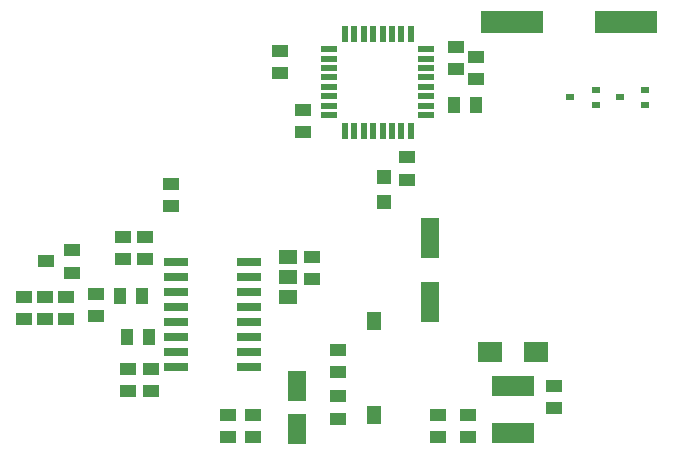
<source format=gbr>
G04 EAGLE Gerber RS-274X export*
G75*
%MOMM*%
%FSLAX34Y34*%
%LPD*%
%INSolderpaste Top*%
%IPPOS*%
%AMOC8*
5,1,8,0,0,1.08239X$1,22.5*%
G01*
%ADD10R,1.397000X1.092200*%
%ADD11R,1.092200X1.397000*%
%ADD12R,2.032000X0.660400*%
%ADD13R,1.500000X1.300000*%
%ADD14R,3.600000X1.800000*%
%ADD15R,5.334000X1.930400*%
%ADD16R,1.200000X1.600000*%
%ADD17R,1.400000X1.000000*%
%ADD18R,1.473200X0.508000*%
%ADD19R,0.508000X1.473200*%
%ADD20R,1.600000X3.500000*%
%ADD21R,1.600000X2.600000*%
%ADD22R,1.200000X1.200000*%
%ADD23R,0.700000X0.600000*%
%ADD24R,2.100000X1.800000*%


D10*
X393700Y35592D03*
X393700Y16796D03*
X127000Y186404D03*
X127000Y167608D03*
X61119Y116808D03*
X61119Y135604D03*
X43656Y116808D03*
X43656Y135604D03*
D11*
X130302Y101600D03*
X149098Y101600D03*
D10*
X408781Y347139D03*
X408781Y328343D03*
X168275Y231648D03*
X168275Y212852D03*
X426244Y338804D03*
X426244Y320008D03*
X309563Y91154D03*
X309563Y72358D03*
X419100Y35592D03*
X419100Y16796D03*
X260350Y325565D03*
X260350Y344361D03*
D11*
X426117Y298450D03*
X407321Y298450D03*
D12*
X172466Y165100D03*
X233934Y165100D03*
X172466Y152400D03*
X172466Y139700D03*
X233934Y152400D03*
X233934Y139700D03*
X172466Y127000D03*
X233934Y127000D03*
X172466Y114300D03*
X233934Y114300D03*
X172466Y101600D03*
X172466Y88900D03*
X233934Y101600D03*
X233934Y88900D03*
X172466Y76200D03*
X233934Y76200D03*
D13*
X266700Y169400D03*
X266700Y152400D03*
X266700Y135400D03*
D10*
X78581Y135604D03*
X78581Y116808D03*
D14*
X457200Y20481D03*
X457200Y60481D03*
D15*
X456962Y368300D03*
X553482Y368300D03*
D10*
X309563Y51467D03*
X309563Y32671D03*
X103981Y119190D03*
X103981Y137986D03*
D11*
X143542Y136525D03*
X124746Y136525D03*
D10*
X150813Y55690D03*
X150813Y74486D03*
X131763Y55690D03*
X131763Y74486D03*
D16*
X339725Y35706D03*
X339725Y115106D03*
D17*
X62025Y165894D03*
X84025Y175394D03*
X84025Y156394D03*
D18*
X384048Y289560D03*
X384048Y297434D03*
X384048Y305562D03*
X384048Y313436D03*
X384048Y321564D03*
X384048Y329438D03*
X384048Y337566D03*
X384048Y345440D03*
D19*
X370840Y358648D03*
X362966Y358648D03*
X354838Y358648D03*
X346964Y358648D03*
X338836Y358648D03*
X330962Y358648D03*
X322834Y358648D03*
X314960Y358648D03*
D18*
X301752Y345440D03*
X301752Y337566D03*
X301752Y329438D03*
X301752Y321564D03*
X301752Y313436D03*
X301752Y305562D03*
X301752Y297434D03*
X301752Y289560D03*
D19*
X314960Y276352D03*
X322834Y276352D03*
X330962Y276352D03*
X338836Y276352D03*
X346964Y276352D03*
X354838Y276352D03*
X362966Y276352D03*
X370840Y276352D03*
D10*
X492125Y41402D03*
X492125Y60198D03*
X146050Y186404D03*
X146050Y167608D03*
X279400Y275558D03*
X279400Y294354D03*
D20*
X387350Y131750D03*
X387350Y185750D03*
D21*
X274638Y24069D03*
X274638Y60069D03*
D10*
X237331Y35592D03*
X237331Y16796D03*
X215900Y35592D03*
X215900Y16796D03*
D22*
X348456Y216513D03*
X348456Y237513D03*
D10*
X367506Y235077D03*
X367506Y253873D03*
D23*
X527481Y298300D03*
X527481Y311300D03*
X505981Y304800D03*
X569550Y298300D03*
X569550Y311300D03*
X548050Y304800D03*
D24*
X476700Y88900D03*
X437700Y88900D03*
D10*
X287338Y150940D03*
X287338Y169736D03*
M02*

</source>
